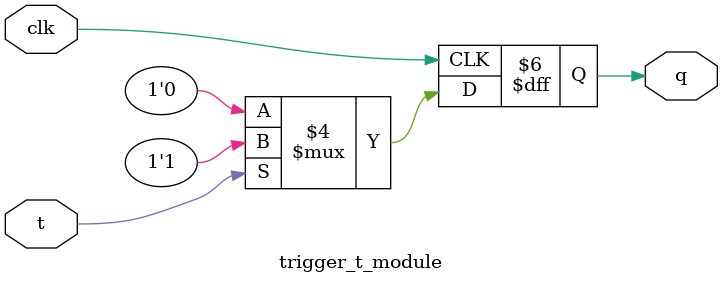
<source format=sv>
module trigger_t_module (
    input logic t,
    input logic clk,

    output logic q
);

logic q_s;

always @(posedge clk) begin
    if (t == 1'b1) q = 1'b1;
    else q = 1'b0;
end
endmodule
</source>
